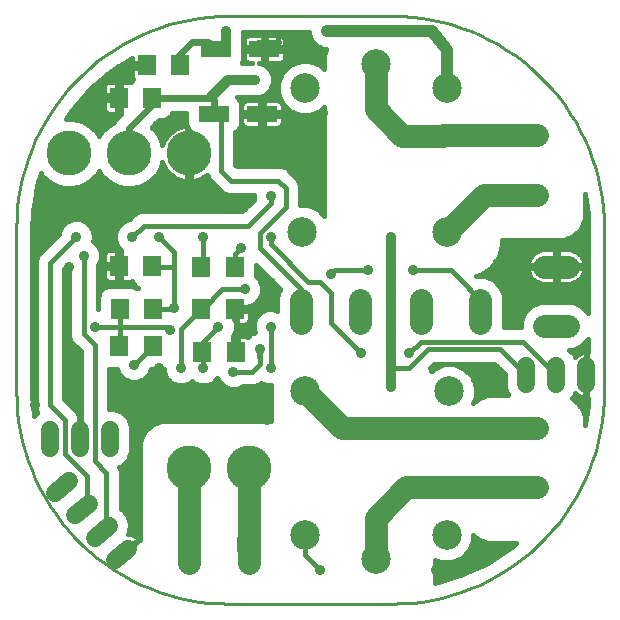
<source format=gbl>
G75*
G70*
%OFA0B0*%
%FSLAX24Y24*%
%IPPOS*%
%LPD*%
%AMOC8*
5,1,8,0,0,1.08239X$1,22.5*
%
%ADD10C,0.0100*%
%ADD11R,0.0630X0.0710*%
%ADD12C,0.1500*%
%ADD13C,0.0780*%
%ADD14R,0.0630X0.0709*%
%ADD15C,0.0600*%
%ADD16R,0.1024X0.0551*%
%ADD17C,0.0984*%
%ADD18C,0.0240*%
%ADD19C,0.0357*%
%ADD20C,0.0160*%
%ADD21C,0.0320*%
%ADD22C,0.0400*%
%ADD23C,0.0760*%
D10*
X007766Y000751D02*
X013187Y000751D01*
X013187Y000750D02*
X013524Y000758D01*
X013861Y000782D01*
X014196Y000822D01*
X014528Y000878D01*
X014858Y000950D01*
X015184Y001037D01*
X015505Y001140D01*
X015821Y001258D01*
X016131Y001390D01*
X016434Y001538D01*
X016731Y001699D01*
X017019Y001875D01*
X017298Y002064D01*
X017568Y002266D01*
X017828Y002481D01*
X018078Y002708D01*
X018316Y002946D01*
X018543Y003196D01*
X018758Y003456D01*
X018960Y003726D01*
X019149Y004005D01*
X019325Y004294D01*
X019486Y004590D01*
X019634Y004893D01*
X019766Y005203D01*
X019884Y005519D01*
X019987Y005840D01*
X020074Y006166D01*
X020146Y006496D01*
X020202Y006828D01*
X020242Y007163D01*
X020266Y007500D01*
X020274Y007837D01*
X020273Y007837D02*
X020273Y013258D01*
X020274Y013258D02*
X020266Y013595D01*
X020242Y013932D01*
X020202Y014267D01*
X020146Y014599D01*
X020074Y014929D01*
X019987Y015255D01*
X019884Y015576D01*
X019766Y015892D01*
X019634Y016202D01*
X019486Y016505D01*
X019325Y016802D01*
X019149Y017090D01*
X018960Y017369D01*
X018758Y017639D01*
X018543Y017899D01*
X018316Y018149D01*
X018078Y018387D01*
X017828Y018614D01*
X017568Y018829D01*
X017298Y019031D01*
X017019Y019220D01*
X016731Y019396D01*
X016434Y019557D01*
X016131Y019705D01*
X015821Y019837D01*
X015505Y019955D01*
X015184Y020058D01*
X014858Y020145D01*
X014528Y020217D01*
X014196Y020273D01*
X013861Y020313D01*
X013524Y020337D01*
X013187Y020345D01*
X007766Y020345D01*
X007429Y020337D01*
X007092Y020313D01*
X006757Y020273D01*
X006425Y020217D01*
X006095Y020145D01*
X005769Y020058D01*
X005448Y019955D01*
X005132Y019837D01*
X004822Y019705D01*
X004519Y019557D01*
X004222Y019396D01*
X003934Y019220D01*
X003655Y019031D01*
X003385Y018829D01*
X003125Y018614D01*
X002875Y018387D01*
X002637Y018149D01*
X002410Y017899D01*
X002195Y017639D01*
X001993Y017369D01*
X001804Y017090D01*
X001628Y016802D01*
X001467Y016505D01*
X001319Y016202D01*
X001187Y015892D01*
X001069Y015576D01*
X000966Y015255D01*
X000879Y014929D01*
X000807Y014599D01*
X000751Y014267D01*
X000711Y013932D01*
X000687Y013595D01*
X000679Y013258D01*
X000679Y007837D01*
X000687Y007500D01*
X000711Y007163D01*
X000751Y006828D01*
X000807Y006496D01*
X000879Y006166D01*
X000966Y005840D01*
X001069Y005519D01*
X001187Y005203D01*
X001319Y004893D01*
X001467Y004590D01*
X001628Y004294D01*
X001804Y004005D01*
X001993Y003726D01*
X002195Y003456D01*
X002410Y003196D01*
X002637Y002946D01*
X002875Y002708D01*
X003125Y002481D01*
X003385Y002266D01*
X003655Y002064D01*
X003934Y001875D01*
X004222Y001699D01*
X004519Y001538D01*
X004822Y001390D01*
X005132Y001258D01*
X005448Y001140D01*
X005769Y001037D01*
X006095Y000950D01*
X006425Y000878D01*
X006757Y000822D01*
X007092Y000782D01*
X007429Y000758D01*
X007766Y000750D01*
D11*
X007995Y009134D03*
X006876Y009134D03*
X006846Y010588D03*
X007966Y010588D03*
X007955Y011973D03*
X006836Y011973D03*
X005245Y010584D03*
X004125Y010584D03*
X004100Y009341D03*
X005220Y009341D03*
D12*
X006434Y005258D03*
X008434Y005258D03*
X006434Y015758D03*
X004434Y015758D03*
X002434Y015758D03*
D13*
X010173Y010875D02*
X010173Y010095D01*
X012153Y010095D02*
X012153Y010875D01*
X014166Y010875D02*
X014166Y010095D01*
X016146Y010095D02*
X016146Y010875D01*
X018284Y010009D02*
X019064Y010009D01*
X019064Y011989D02*
X018284Y011989D01*
X018044Y014384D02*
X017264Y014384D01*
X017264Y016364D02*
X018044Y016364D01*
X018042Y006608D02*
X017262Y006608D01*
X017262Y004628D02*
X018042Y004628D01*
X008419Y002895D02*
X008425Y002115D01*
X006445Y002098D02*
X006439Y002878D01*
D14*
X005208Y012009D03*
X004106Y012009D03*
X004102Y017623D03*
X005204Y017623D03*
X005021Y018699D03*
X006123Y018699D03*
D15*
X003758Y003340D02*
X003308Y002943D01*
X002646Y003693D02*
X003096Y004090D01*
X002435Y004840D02*
X001985Y004443D01*
X001801Y005942D02*
X001801Y006542D01*
X002801Y006542D02*
X002801Y005942D01*
X003801Y005942D02*
X003801Y006542D01*
X004419Y002590D02*
X003969Y002193D01*
X017674Y008073D02*
X017675Y008673D01*
X018675Y008671D02*
X018674Y008071D01*
X019674Y008069D02*
X019675Y008669D01*
D16*
X008870Y017079D03*
X007256Y017079D03*
X007334Y019243D03*
X008948Y019243D03*
D17*
X010298Y017941D03*
X012660Y018728D03*
X015023Y017941D03*
X015023Y013137D03*
X010219Y013137D03*
X010298Y007833D03*
X015101Y007833D03*
X015023Y003030D03*
X012660Y002243D03*
X010298Y003030D03*
D18*
X004434Y015758D02*
X004423Y015769D01*
X004423Y016601D01*
X005204Y017382D01*
X005204Y017623D01*
X007044Y017623D01*
X007155Y017636D01*
X007175Y017623D02*
X007044Y017623D01*
X007175Y017623D02*
X007256Y017543D01*
X007256Y017079D01*
X006123Y018699D02*
X005921Y018652D01*
X006046Y018972D01*
X006545Y019471D01*
X007063Y019471D01*
X007334Y019243D01*
D19*
X007668Y019846D03*
X008653Y018210D03*
X008542Y016226D03*
X009041Y015478D03*
X009166Y014354D03*
X009166Y012981D03*
X008167Y012607D03*
X006919Y012981D03*
X005422Y012981D03*
X004548Y012981D03*
X002926Y012357D03*
X002426Y011983D03*
X002676Y012981D03*
X003550Y011359D03*
X003300Y009986D03*
X002551Y008863D03*
X001303Y007365D03*
X004603Y008724D03*
X005422Y008613D03*
X006171Y008613D03*
X006919Y008613D03*
X007918Y008489D03*
X008791Y009237D03*
X009166Y008613D03*
X009166Y009986D03*
X008542Y009986D03*
X007419Y009986D03*
X008292Y011234D03*
X005921Y010610D03*
X005796Y009861D03*
X004923Y006866D03*
X009041Y006866D03*
X012161Y009113D03*
X013160Y007989D03*
X013784Y009113D03*
X016529Y007865D03*
X017403Y010610D03*
X018776Y011109D03*
X019524Y007365D03*
X016779Y002623D03*
X014657Y001874D03*
X010788Y001874D03*
X011163Y011733D03*
X012411Y011858D03*
X013160Y012981D03*
X013908Y011858D03*
X010913Y017100D03*
X011038Y019846D03*
X005547Y016726D03*
X003550Y016726D03*
D20*
X003651Y016601D02*
X003218Y016601D01*
X003140Y016678D02*
X002878Y016830D01*
X002586Y016908D01*
X002337Y016908D01*
X002517Y017188D01*
X003130Y017894D01*
X003837Y018507D01*
X004526Y018950D01*
X004526Y018776D01*
X004943Y018776D01*
X004943Y018621D01*
X004526Y018621D01*
X004526Y018321D01*
X004538Y018275D01*
X004562Y018234D01*
X004571Y018225D01*
X004550Y018204D01*
X004518Y018127D01*
X004486Y018145D01*
X004441Y018157D01*
X004180Y018157D01*
X004180Y017700D01*
X004025Y017700D01*
X004025Y017545D01*
X004180Y017545D01*
X004180Y017092D01*
X004129Y017042D01*
X003982Y016895D01*
X003944Y016803D01*
X003728Y016678D01*
X003514Y016464D01*
X003434Y016326D01*
X003355Y016464D01*
X003140Y016678D01*
X003000Y016759D02*
X003869Y016759D01*
X004005Y016918D02*
X002344Y016918D01*
X002446Y017076D02*
X004163Y017076D01*
X004025Y017089D02*
X003763Y017089D01*
X003718Y017101D01*
X003677Y017124D01*
X003643Y017158D01*
X003619Y017199D01*
X003607Y017245D01*
X003607Y017545D01*
X004025Y017545D01*
X004025Y017089D01*
X004025Y017235D02*
X004180Y017235D01*
X004180Y017393D02*
X004025Y017393D01*
X004025Y017552D02*
X002833Y017552D01*
X002970Y017710D02*
X003607Y017710D01*
X003607Y017700D02*
X004025Y017700D01*
X004025Y018157D01*
X003763Y018157D01*
X003718Y018145D01*
X003677Y018121D01*
X003643Y018088D01*
X003619Y018047D01*
X003607Y018001D01*
X003607Y017700D01*
X003607Y017869D02*
X003107Y017869D01*
X003283Y018027D02*
X003614Y018027D01*
X003466Y018186D02*
X004543Y018186D01*
X004526Y018344D02*
X003649Y018344D01*
X003832Y018503D02*
X004526Y018503D01*
X004526Y018820D02*
X004323Y018820D01*
X004077Y018661D02*
X004943Y018661D01*
X004180Y018027D02*
X004025Y018027D01*
X004025Y017869D02*
X004180Y017869D01*
X004180Y017710D02*
X004025Y017710D01*
X003607Y017393D02*
X002695Y017393D01*
X002558Y017235D02*
X003610Y017235D01*
X003502Y016442D02*
X003367Y016442D01*
X003434Y015190D02*
X003355Y015052D01*
X003140Y014838D01*
X002878Y014686D01*
X002586Y014608D01*
X002283Y014608D01*
X001990Y014686D01*
X001728Y014838D01*
X001514Y015052D01*
X001489Y015095D01*
X001359Y014652D01*
X001226Y013726D01*
X001209Y013258D01*
X001209Y007837D01*
X001226Y007370D01*
X001278Y007009D01*
X001386Y007117D01*
X001322Y007270D01*
X001322Y012203D01*
X001396Y012380D01*
X002098Y013082D01*
X002098Y013097D01*
X002186Y013309D01*
X002348Y013472D01*
X002561Y013560D01*
X002791Y013560D01*
X003004Y013472D01*
X003166Y013309D01*
X003254Y013097D01*
X003254Y012866D01*
X003248Y012850D01*
X003253Y012848D01*
X003416Y012685D01*
X003504Y012473D01*
X003504Y012242D01*
X003416Y012030D01*
X003406Y012019D01*
X003406Y010565D01*
X003410Y010565D01*
X003410Y011018D01*
X003471Y011165D01*
X003584Y011278D01*
X003731Y011339D01*
X004520Y011339D01*
X004667Y011278D01*
X004685Y011260D01*
X004703Y011278D01*
X004731Y011289D01*
X004667Y011316D01*
X004554Y011429D01*
X004522Y011506D01*
X004490Y011487D01*
X004445Y011475D01*
X004183Y011475D01*
X004183Y011932D01*
X004029Y011932D01*
X004029Y011475D01*
X003767Y011475D01*
X003722Y011487D01*
X003681Y011511D01*
X003647Y011545D01*
X003623Y011586D01*
X003611Y011631D01*
X003611Y011932D01*
X004028Y011932D01*
X004028Y012087D01*
X003611Y012087D01*
X003611Y012387D01*
X003623Y012433D01*
X003647Y012474D01*
X003681Y012508D01*
X003722Y012532D01*
X003767Y012544D01*
X004029Y012544D01*
X004029Y012087D01*
X004183Y012087D01*
X004183Y012528D01*
X004058Y012654D01*
X003970Y012866D01*
X003970Y013097D01*
X004058Y013309D01*
X004220Y013472D01*
X004433Y013560D01*
X004448Y013560D01*
X004516Y013628D01*
X004651Y013763D01*
X004827Y013836D01*
X008218Y013836D01*
X008597Y014215D01*
X008587Y014239D01*
X008587Y014374D01*
X007746Y014374D01*
X007570Y014447D01*
X007434Y014582D01*
X007233Y014783D01*
X007098Y014918D01*
X007042Y015053D01*
X006973Y014998D01*
X006885Y014943D01*
X006791Y014897D01*
X006692Y014863D01*
X006590Y014840D01*
X006512Y014831D01*
X006512Y015680D01*
X006357Y015680D01*
X006357Y014831D01*
X006278Y014840D01*
X006176Y014863D01*
X006078Y014897D01*
X005984Y014943D01*
X005895Y014998D01*
X005814Y015063D01*
X005740Y015137D01*
X005675Y015219D01*
X005619Y015307D01*
X005574Y015401D01*
X005549Y015473D01*
X005506Y015314D01*
X005355Y015052D01*
X005140Y014838D01*
X004878Y014686D01*
X004586Y014608D01*
X004283Y014608D01*
X003990Y014686D01*
X003728Y014838D01*
X003514Y015052D01*
X003434Y015190D01*
X003425Y015174D02*
X003443Y015174D01*
X003550Y015016D02*
X003319Y015016D01*
X003160Y014857D02*
X003709Y014857D01*
X003969Y014699D02*
X002900Y014699D01*
X001969Y014699D02*
X001373Y014699D01*
X001343Y014540D02*
X007476Y014540D01*
X007317Y014699D02*
X004900Y014699D01*
X005160Y014857D02*
X006201Y014857D01*
X006357Y014857D02*
X006512Y014857D01*
X006668Y014857D02*
X007159Y014857D01*
X007058Y015016D02*
X006995Y015016D01*
X006512Y015016D02*
X006357Y015016D01*
X006357Y015174D02*
X006512Y015174D01*
X006512Y015333D02*
X006357Y015333D01*
X006357Y015491D02*
X006512Y015491D01*
X006512Y015650D02*
X006357Y015650D01*
X006357Y015835D02*
X006357Y016685D01*
X006278Y016676D01*
X006176Y016653D01*
X006078Y016618D01*
X005984Y016573D01*
X005895Y016518D01*
X005814Y016452D01*
X005740Y016379D01*
X005675Y016297D01*
X005619Y016208D01*
X005574Y016114D01*
X005549Y016042D01*
X005506Y016202D01*
X005355Y016464D01*
X005188Y016630D01*
X005426Y016869D01*
X005599Y016869D01*
X005746Y016929D01*
X005858Y017042D01*
X005884Y017103D01*
X006344Y017103D01*
X006344Y016724D01*
X006405Y016577D01*
X006512Y016470D01*
X006512Y015835D01*
X006357Y015835D01*
X006357Y015967D02*
X006512Y015967D01*
X006512Y016125D02*
X006357Y016125D01*
X006357Y016284D02*
X006512Y016284D01*
X006512Y016442D02*
X006357Y016442D01*
X006357Y016601D02*
X006395Y016601D01*
X006344Y016759D02*
X005317Y016759D01*
X005218Y016601D02*
X006041Y016601D01*
X005804Y016442D02*
X005367Y016442D01*
X005459Y016284D02*
X005666Y016284D01*
X005579Y016125D02*
X005526Y016125D01*
X005718Y016918D02*
X006344Y016918D01*
X006344Y017076D02*
X005873Y017076D01*
X007256Y017079D02*
X007505Y016830D01*
X007505Y015190D01*
X007841Y014854D01*
X009415Y014854D01*
X009665Y014604D01*
X009665Y013980D01*
X008791Y013106D01*
X008791Y012607D01*
X010164Y011234D01*
X010164Y010494D01*
X010173Y010485D01*
X009383Y011033D02*
X009472Y011248D01*
X008670Y012050D01*
X008670Y011674D01*
X008783Y011562D01*
X008871Y011349D01*
X008871Y011119D01*
X008783Y010907D01*
X008620Y010744D01*
X008461Y010678D01*
X008461Y010665D01*
X008430Y010665D01*
X008407Y010656D01*
X008177Y010656D01*
X008154Y010665D01*
X008043Y010665D01*
X008043Y010510D01*
X008043Y010053D01*
X008304Y010053D01*
X008350Y010065D01*
X008391Y010089D01*
X008425Y010122D01*
X008449Y010163D01*
X008461Y010209D01*
X008461Y010510D01*
X008043Y010510D01*
X007888Y010510D01*
X007888Y010334D01*
X007909Y010314D01*
X007997Y010101D01*
X007997Y009871D01*
X007913Y009669D01*
X007918Y009669D01*
X007918Y009212D01*
X008073Y009212D01*
X008073Y009669D01*
X008334Y009669D01*
X008380Y009657D01*
X008388Y009652D01*
X008464Y009728D01*
X008620Y009792D01*
X008587Y009871D01*
X008587Y010101D01*
X008675Y010314D01*
X008838Y010477D01*
X009051Y010565D01*
X009281Y010565D01*
X009383Y010522D01*
X009383Y011033D01*
X009391Y011053D02*
X008843Y011053D01*
X008871Y011212D02*
X009457Y011212D01*
X009349Y011370D02*
X008862Y011370D01*
X008796Y011529D02*
X009191Y011529D01*
X009032Y011687D02*
X008670Y011687D01*
X008670Y011846D02*
X008874Y011846D01*
X008715Y012004D02*
X008670Y012004D01*
X007955Y011973D02*
X007955Y012395D01*
X008167Y012607D01*
X008417Y013356D02*
X009166Y014105D01*
X009166Y014354D01*
X008594Y014223D02*
X001297Y014223D01*
X001275Y014065D02*
X008447Y014065D01*
X008289Y013906D02*
X001252Y013906D01*
X001229Y013748D02*
X004636Y013748D01*
X004477Y013589D02*
X001221Y013589D01*
X001215Y013431D02*
X002307Y013431D01*
X002170Y013272D02*
X001210Y013272D01*
X001209Y013114D02*
X002105Y013114D01*
X001971Y012955D02*
X001209Y012955D01*
X001209Y012797D02*
X001813Y012797D01*
X001654Y012638D02*
X001209Y012638D01*
X001209Y012480D02*
X001496Y012480D01*
X001371Y012321D02*
X001209Y012321D01*
X001209Y012163D02*
X001322Y012163D01*
X001322Y012004D02*
X001209Y012004D01*
X001209Y011846D02*
X001322Y011846D01*
X001322Y011687D02*
X001209Y011687D01*
X001209Y011529D02*
X001322Y011529D01*
X001322Y011370D02*
X001209Y011370D01*
X001209Y011212D02*
X001322Y011212D01*
X001322Y011053D02*
X001209Y011053D01*
X001209Y010895D02*
X001322Y010895D01*
X001322Y010736D02*
X001209Y010736D01*
X001209Y010578D02*
X001322Y010578D01*
X001322Y010419D02*
X001209Y010419D01*
X001209Y010261D02*
X001322Y010261D01*
X001322Y010102D02*
X001209Y010102D01*
X001209Y009944D02*
X001322Y009944D01*
X001322Y009785D02*
X001209Y009785D01*
X001209Y009627D02*
X001322Y009627D01*
X001322Y009468D02*
X001209Y009468D01*
X001209Y009310D02*
X001322Y009310D01*
X001322Y009151D02*
X001209Y009151D01*
X001209Y008993D02*
X001322Y008993D01*
X001322Y008834D02*
X001209Y008834D01*
X001209Y008676D02*
X001322Y008676D01*
X001322Y008517D02*
X001209Y008517D01*
X001209Y008359D02*
X001322Y008359D01*
X001322Y008200D02*
X001209Y008200D01*
X001209Y008042D02*
X001322Y008042D01*
X001322Y007883D02*
X001209Y007883D01*
X001213Y007725D02*
X001322Y007725D01*
X001322Y007566D02*
X001219Y007566D01*
X001225Y007408D02*
X001322Y007408D01*
X001331Y007249D02*
X001243Y007249D01*
X001266Y007091D02*
X001360Y007091D01*
X001802Y007365D02*
X002302Y006866D01*
X002302Y005743D01*
X003050Y004994D01*
X003050Y004071D01*
X002871Y003892D01*
X003533Y003141D02*
X003674Y003283D01*
X003674Y005119D01*
X003300Y005493D01*
X003300Y009362D01*
X002926Y009737D01*
X002926Y012357D01*
X003471Y012163D02*
X003611Y012163D01*
X003611Y012321D02*
X003504Y012321D01*
X003501Y012480D02*
X003652Y012480D01*
X003435Y012638D02*
X004073Y012638D01*
X004029Y012480D02*
X004183Y012480D01*
X004183Y012321D02*
X004029Y012321D01*
X004029Y012163D02*
X004183Y012163D01*
X004028Y012004D02*
X003406Y012004D01*
X003406Y011846D02*
X003611Y011846D01*
X003611Y011687D02*
X003406Y011687D01*
X003406Y011529D02*
X003663Y011529D01*
X003406Y011370D02*
X004613Y011370D01*
X004183Y011529D02*
X004029Y011529D01*
X004029Y011687D02*
X004183Y011687D01*
X004183Y011846D02*
X004029Y011846D01*
X003518Y011212D02*
X003406Y011212D01*
X003406Y011053D02*
X003425Y011053D01*
X003410Y010895D02*
X003406Y010895D01*
X003406Y010736D02*
X003410Y010736D01*
X003406Y010578D02*
X003410Y010578D01*
X003300Y009986D02*
X004125Y009986D01*
X005671Y009986D01*
X005796Y009861D01*
X006171Y009912D02*
X006171Y008613D01*
X005766Y008200D02*
X004850Y008200D01*
X004930Y008234D02*
X004718Y008146D01*
X004488Y008146D01*
X004275Y008234D01*
X004112Y008396D01*
X004034Y008586D01*
X003780Y008586D01*
X003780Y007242D01*
X003940Y007242D01*
X004197Y007136D01*
X004394Y006939D01*
X004501Y006681D01*
X004501Y005803D01*
X004394Y005546D01*
X004197Y005349D01*
X004113Y005314D01*
X004154Y005214D01*
X004154Y003925D01*
X004191Y003907D01*
X004375Y003698D01*
X004465Y003435D01*
X004448Y003157D01*
X004405Y003071D01*
X004411Y003071D01*
X004487Y003066D01*
X004561Y003050D01*
X004631Y003022D01*
X004696Y002984D01*
X004754Y002936D01*
X004766Y002922D01*
X004196Y002420D01*
X004222Y002390D01*
X004792Y002892D01*
X004804Y002879D01*
X004817Y002859D01*
X004817Y006147D01*
X004950Y006468D01*
X004950Y006468D01*
X005196Y006714D01*
X005196Y006714D01*
X005517Y006847D01*
X009185Y006847D01*
X009185Y008035D01*
X009051Y008035D01*
X008850Y008118D01*
X008814Y008082D01*
X008637Y008009D01*
X008256Y008009D01*
X008245Y007998D01*
X008033Y007910D01*
X007803Y007910D01*
X007590Y007998D01*
X007427Y008161D01*
X007386Y008262D01*
X007247Y008123D01*
X007034Y008035D01*
X006804Y008035D01*
X006592Y008123D01*
X006545Y008170D01*
X006498Y008123D01*
X006286Y008035D01*
X006055Y008035D01*
X005843Y008123D01*
X005680Y008286D01*
X005592Y008498D01*
X005592Y008586D01*
X005172Y008586D01*
X005093Y008396D01*
X004930Y008234D01*
X005056Y008359D02*
X005650Y008359D01*
X005592Y008517D02*
X005143Y008517D01*
X004603Y008724D02*
X005220Y009341D01*
X006171Y009912D02*
X006846Y010588D01*
X006897Y010588D01*
X007543Y011234D01*
X008292Y011234D01*
X008602Y010736D02*
X009383Y010736D01*
X009383Y010578D02*
X008043Y010578D01*
X008043Y010419D02*
X007888Y010419D01*
X007931Y010261D02*
X008043Y010261D01*
X008043Y010102D02*
X007997Y010102D01*
X007997Y009944D02*
X008587Y009944D01*
X008588Y010102D02*
X008405Y010102D01*
X008461Y010261D02*
X008653Y010261D01*
X008781Y010419D02*
X008461Y010419D01*
X008771Y010895D02*
X009383Y010895D01*
X009166Y009986D02*
X009166Y008613D01*
X008791Y008738D02*
X008542Y008489D01*
X007918Y008489D01*
X007547Y008042D02*
X007051Y008042D01*
X006788Y008042D02*
X006302Y008042D01*
X006039Y008042D02*
X003780Y008042D01*
X003780Y008200D02*
X004356Y008200D01*
X004150Y008359D02*
X003780Y008359D01*
X003780Y008517D02*
X004062Y008517D01*
X003780Y007883D02*
X009185Y007883D01*
X009185Y007725D02*
X003780Y007725D01*
X003780Y007566D02*
X009185Y007566D01*
X009185Y007408D02*
X003780Y007408D01*
X003780Y007249D02*
X009185Y007249D01*
X009185Y007091D02*
X004242Y007091D01*
X004397Y006932D02*
X009185Y006932D01*
X009034Y008042D02*
X008717Y008042D01*
X008791Y008738D02*
X008791Y009237D01*
X008776Y008988D01*
X008073Y009310D02*
X007918Y009310D01*
X007918Y009468D02*
X008073Y009468D01*
X008073Y009627D02*
X007918Y009627D01*
X007961Y009785D02*
X008603Y009785D01*
X007419Y009986D02*
X006876Y009443D01*
X006876Y009134D01*
X006965Y009045D01*
X006919Y008999D01*
X006919Y008613D01*
X007324Y008200D02*
X007411Y008200D01*
X005340Y006774D02*
X004463Y006774D01*
X004501Y006615D02*
X005097Y006615D01*
X004945Y006457D02*
X004501Y006457D01*
X004501Y006298D02*
X004880Y006298D01*
X004817Y006140D02*
X004501Y006140D01*
X004501Y005981D02*
X004817Y005981D01*
X004817Y005823D02*
X004501Y005823D01*
X004443Y005664D02*
X004817Y005664D01*
X004817Y005506D02*
X004354Y005506D01*
X004194Y005347D02*
X004817Y005347D01*
X004817Y005189D02*
X004154Y005189D01*
X004154Y005030D02*
X004817Y005030D01*
X004817Y004872D02*
X004154Y004872D01*
X004154Y004713D02*
X004817Y004713D01*
X004817Y004555D02*
X004154Y004555D01*
X004154Y004396D02*
X004817Y004396D01*
X004817Y004238D02*
X004154Y004238D01*
X004154Y004079D02*
X004817Y004079D01*
X004817Y003921D02*
X004163Y003921D01*
X004319Y003762D02*
X004817Y003762D01*
X004817Y003604D02*
X004407Y003604D01*
X004462Y003445D02*
X004817Y003445D01*
X004817Y003287D02*
X004456Y003287D01*
X004434Y003128D02*
X004817Y003128D01*
X004817Y002970D02*
X004713Y002970D01*
X004701Y002811D02*
X004640Y002811D01*
X004521Y002653D02*
X004460Y002653D01*
X004341Y002494D02*
X004281Y002494D01*
X002820Y006262D02*
X002782Y006262D01*
X002782Y006962D01*
X002781Y006964D01*
X002781Y007022D01*
X002763Y007022D01*
X002757Y007021D01*
X002709Y007138D01*
X002574Y007273D01*
X002282Y007564D01*
X002282Y011909D01*
X002426Y012053D01*
X002435Y012030D01*
X002446Y012019D01*
X002446Y009641D01*
X002519Y009465D01*
X002820Y009163D01*
X002820Y006262D01*
X002820Y006298D02*
X002782Y006298D01*
X002782Y006457D02*
X002820Y006457D01*
X002820Y006615D02*
X002782Y006615D01*
X002782Y006774D02*
X002820Y006774D01*
X002820Y006932D02*
X002782Y006932D01*
X002820Y007091D02*
X002728Y007091D01*
X002820Y007249D02*
X002597Y007249D01*
X002439Y007408D02*
X002820Y007408D01*
X002820Y007566D02*
X002282Y007566D01*
X002282Y007725D02*
X002820Y007725D01*
X002820Y007883D02*
X002282Y007883D01*
X002282Y008042D02*
X002820Y008042D01*
X002820Y008200D02*
X002282Y008200D01*
X002282Y008359D02*
X002820Y008359D01*
X002820Y008517D02*
X002282Y008517D01*
X002282Y008676D02*
X002820Y008676D01*
X002820Y008834D02*
X002282Y008834D01*
X002282Y008993D02*
X002820Y008993D01*
X002820Y009151D02*
X002282Y009151D01*
X002282Y009310D02*
X002674Y009310D01*
X002517Y009468D02*
X002282Y009468D01*
X002282Y009627D02*
X002452Y009627D01*
X002446Y009785D02*
X002282Y009785D01*
X002282Y009944D02*
X002446Y009944D01*
X002446Y010102D02*
X002282Y010102D01*
X002282Y010261D02*
X002446Y010261D01*
X002446Y010419D02*
X002282Y010419D01*
X002282Y010578D02*
X002446Y010578D01*
X002446Y010736D02*
X002282Y010736D01*
X002282Y010895D02*
X002446Y010895D01*
X002446Y011053D02*
X002282Y011053D01*
X002282Y011212D02*
X002446Y011212D01*
X002446Y011370D02*
X002282Y011370D01*
X002282Y011529D02*
X002446Y011529D01*
X002446Y011687D02*
X002282Y011687D01*
X002282Y011846D02*
X002446Y011846D01*
X002446Y012004D02*
X002378Y012004D01*
X001802Y012108D02*
X002676Y012981D01*
X003045Y013431D02*
X004179Y013431D01*
X004042Y013272D02*
X003182Y013272D01*
X003247Y013114D02*
X003977Y013114D01*
X003970Y012955D02*
X003254Y012955D01*
X003304Y012797D02*
X003999Y012797D01*
X004548Y012981D02*
X004923Y013356D01*
X008417Y013356D01*
X009166Y012981D02*
X009166Y012732D01*
X010414Y011484D01*
X010788Y011484D01*
X011163Y011109D01*
X011163Y010111D01*
X012161Y009113D01*
X013160Y008613D02*
X013784Y008613D01*
X014408Y009237D01*
X016810Y009237D01*
X017674Y008373D01*
X016974Y008359D02*
X015838Y008359D01*
X015858Y008339D02*
X015607Y008590D01*
X015279Y008726D01*
X014924Y008726D01*
X014596Y008590D01*
X014520Y008514D01*
X014514Y008533D01*
X014459Y008610D01*
X014606Y008757D01*
X016611Y008757D01*
X016975Y008394D01*
X016974Y007935D01*
X017062Y007721D01*
X016375Y007721D01*
X016375Y007721D01*
X016054Y007588D01*
X015902Y007436D01*
X015993Y007656D01*
X015993Y008011D01*
X015858Y008339D01*
X015915Y008200D02*
X016974Y008200D01*
X016974Y008042D02*
X015981Y008042D01*
X015993Y007883D02*
X016995Y007883D01*
X017060Y007725D02*
X015993Y007725D01*
X015956Y007566D02*
X016032Y007566D01*
X015679Y008517D02*
X016851Y008517D01*
X016692Y008676D02*
X015399Y008676D01*
X014804Y008676D02*
X014525Y008676D01*
X014514Y008533D02*
X014514Y008533D01*
X014519Y008517D02*
X014523Y008517D01*
X013784Y009113D02*
X014158Y009487D01*
X017558Y009487D01*
X018674Y008371D01*
X019306Y008977D02*
X019269Y009066D01*
X019117Y009219D01*
X019222Y009219D01*
X019512Y009339D01*
X019734Y009561D01*
X019743Y009583D01*
X019743Y009144D01*
X019714Y009149D01*
X019696Y009149D01*
X019695Y008389D01*
X019655Y008389D01*
X019656Y009149D01*
X019638Y009149D01*
X019563Y009137D01*
X019492Y009114D01*
X019424Y009080D01*
X019363Y009036D01*
X019309Y008982D01*
X019306Y008977D01*
X019299Y008993D02*
X019320Y008993D01*
X019184Y009151D02*
X019743Y009151D01*
X019743Y009310D02*
X019441Y009310D01*
X019641Y009468D02*
X019743Y009468D01*
X019696Y008993D02*
X019656Y008993D01*
X019655Y008834D02*
X019695Y008834D01*
X019695Y008676D02*
X019655Y008676D01*
X019655Y008517D02*
X019695Y008517D01*
X019694Y008349D02*
X019693Y007589D01*
X019711Y007589D01*
X019735Y007593D01*
X019727Y007370D01*
X019630Y006698D01*
X019630Y007021D01*
X019497Y007342D01*
X019251Y007588D01*
X019201Y007608D01*
X019267Y007673D01*
X019304Y007762D01*
X019307Y007757D01*
X019361Y007704D01*
X019422Y007659D01*
X019489Y007625D01*
X019561Y007601D01*
X019635Y007589D01*
X019653Y007589D01*
X019654Y008349D01*
X019694Y008349D01*
X019694Y008200D02*
X019654Y008200D01*
X019654Y008042D02*
X019694Y008042D01*
X019694Y007883D02*
X019654Y007883D01*
X019653Y007725D02*
X019693Y007725D01*
X019734Y007566D02*
X019273Y007566D01*
X019251Y007588D02*
X019251Y007588D01*
X019288Y007725D02*
X019339Y007725D01*
X019431Y007408D02*
X019728Y007408D01*
X019709Y007249D02*
X019535Y007249D01*
X019497Y007342D02*
X019497Y007342D01*
X019601Y007091D02*
X019687Y007091D01*
X019664Y006932D02*
X019630Y006932D01*
X019630Y006774D02*
X019641Y006774D01*
X017494Y009967D02*
X016936Y009967D01*
X016936Y011033D01*
X016816Y011323D01*
X016594Y011545D01*
X016304Y011665D01*
X016028Y011665D01*
X016005Y011689D01*
X016200Y011752D01*
X016524Y011988D01*
X016524Y011988D01*
X016760Y012313D01*
X016884Y012695D01*
X016884Y012876D01*
X018930Y012876D01*
X019251Y013009D01*
X019251Y013009D01*
X019497Y013255D01*
X019630Y013576D01*
X019630Y014397D01*
X019727Y013726D01*
X019743Y013258D01*
X019743Y010434D01*
X019734Y010456D01*
X019512Y010679D01*
X019222Y010799D01*
X018127Y010799D01*
X017837Y010679D01*
X017615Y010456D01*
X017494Y010166D01*
X017494Y009967D01*
X017494Y010102D02*
X016936Y010102D01*
X016936Y010261D02*
X017534Y010261D01*
X017599Y010419D02*
X016936Y010419D01*
X016936Y010578D02*
X017736Y010578D01*
X017976Y010736D02*
X016936Y010736D01*
X016936Y010895D02*
X019743Y010895D01*
X019743Y011053D02*
X016928Y011053D01*
X016862Y011212D02*
X019743Y011212D01*
X019743Y011370D02*
X016769Y011370D01*
X016610Y011529D02*
X017948Y011529D01*
X017913Y011554D02*
X017986Y011501D01*
X018066Y011461D01*
X018151Y011433D01*
X018240Y011419D01*
X018624Y011419D01*
X018624Y011939D01*
X017715Y011939D01*
X017729Y011855D01*
X017756Y011770D01*
X017797Y011690D01*
X017850Y011617D01*
X017913Y011554D01*
X017799Y011687D02*
X016006Y011687D01*
X016200Y011752D02*
X016200Y011752D01*
X016329Y011846D02*
X017732Y011846D01*
X017715Y012039D02*
X018624Y012039D01*
X018624Y011939D01*
X018724Y011939D01*
X018724Y011419D01*
X019109Y011419D01*
X019198Y011433D01*
X019283Y011461D01*
X019363Y011501D01*
X019436Y011554D01*
X019499Y011617D01*
X019552Y011690D01*
X019593Y011770D01*
X019620Y011855D01*
X019634Y011939D01*
X018724Y011939D01*
X018724Y012039D01*
X018624Y012039D01*
X018624Y012559D01*
X018240Y012559D01*
X018151Y012545D01*
X018066Y012517D01*
X017986Y012476D01*
X017913Y012424D01*
X017850Y012360D01*
X017797Y012288D01*
X017756Y012208D01*
X017729Y012122D01*
X017715Y012039D01*
X017742Y012163D02*
X016651Y012163D01*
X016760Y012313D02*
X016760Y012313D01*
X016763Y012321D02*
X017821Y012321D01*
X017993Y012480D02*
X016815Y012480D01*
X016866Y012638D02*
X019743Y012638D01*
X019743Y012480D02*
X019356Y012480D01*
X019363Y012476D02*
X019283Y012517D01*
X019198Y012545D01*
X019109Y012559D01*
X018724Y012559D01*
X018724Y012039D01*
X019634Y012039D01*
X019620Y012122D01*
X019593Y012208D01*
X019552Y012288D01*
X019499Y012360D01*
X019436Y012424D01*
X019363Y012476D01*
X019527Y012321D02*
X019743Y012321D01*
X019743Y012163D02*
X019607Y012163D01*
X019743Y012004D02*
X018724Y012004D01*
X018624Y012004D02*
X016536Y012004D01*
X016524Y011988D02*
X016524Y011988D01*
X016884Y012797D02*
X019743Y012797D01*
X019743Y012955D02*
X019122Y012955D01*
X019356Y013114D02*
X019743Y013114D01*
X019743Y013272D02*
X019504Y013272D01*
X019497Y013255D02*
X019497Y013255D01*
X019570Y013431D02*
X019737Y013431D01*
X019731Y013589D02*
X019630Y013589D01*
X019630Y013748D02*
X019723Y013748D01*
X019701Y013906D02*
X019630Y013906D01*
X019630Y014065D02*
X019678Y014065D01*
X019655Y014223D02*
X019630Y014223D01*
X019630Y014382D02*
X019632Y014382D01*
X018724Y012480D02*
X018624Y012480D01*
X018624Y012321D02*
X018724Y012321D01*
X018724Y012163D02*
X018624Y012163D01*
X018624Y011846D02*
X018724Y011846D01*
X018724Y011687D02*
X018624Y011687D01*
X018624Y011529D02*
X018724Y011529D01*
X019401Y011529D02*
X019743Y011529D01*
X019743Y011687D02*
X019550Y011687D01*
X019617Y011846D02*
X019743Y011846D01*
X019743Y010736D02*
X019373Y010736D01*
X019613Y010578D02*
X019743Y010578D01*
X016396Y010619D02*
X015156Y011858D01*
X013908Y011858D01*
X012411Y011858D02*
X011287Y011858D01*
X011163Y011733D01*
X010932Y013686D02*
X010725Y013894D01*
X010397Y014030D01*
X010145Y014030D01*
X010145Y014699D01*
X010932Y014699D01*
X010932Y014857D02*
X010080Y014857D01*
X010072Y014876D02*
X009937Y015011D01*
X009687Y015260D01*
X009511Y015334D01*
X008040Y015334D01*
X007985Y015389D01*
X007985Y016461D01*
X007994Y016464D01*
X008107Y016577D01*
X008167Y016724D01*
X008167Y017434D01*
X008107Y017581D01*
X008038Y017650D01*
X008493Y017650D01*
X008538Y017631D01*
X008768Y017631D01*
X008981Y017719D01*
X009143Y017882D01*
X009231Y018095D01*
X009231Y018325D01*
X009143Y018537D01*
X008981Y018700D01*
X008771Y018787D01*
X008890Y018787D01*
X008890Y019185D01*
X008256Y019185D01*
X008256Y018943D01*
X008269Y018897D01*
X008292Y018856D01*
X008326Y018823D01*
X008367Y018799D01*
X008413Y018787D01*
X008535Y018787D01*
X008493Y018770D01*
X008197Y018770D01*
X008246Y018887D01*
X008246Y019598D01*
X008228Y019640D01*
X008228Y019686D01*
X008247Y019731D01*
X008247Y019815D01*
X010438Y019815D01*
X010438Y019726D01*
X010529Y019506D01*
X010698Y019337D01*
X010919Y019246D01*
X011009Y019246D01*
X010932Y019009D01*
X010932Y018568D01*
X010803Y018697D01*
X010476Y018833D01*
X010121Y018833D01*
X009793Y018697D01*
X009542Y018446D01*
X009406Y018118D01*
X009406Y017763D01*
X009539Y017442D01*
X009526Y017465D01*
X009492Y017499D01*
X009451Y017522D01*
X009405Y017535D01*
X008928Y017535D01*
X008928Y017137D01*
X009562Y017137D01*
X009562Y017378D01*
X009549Y017424D01*
X009545Y017432D01*
X009793Y017184D01*
X010121Y017048D01*
X010476Y017048D01*
X010803Y017184D01*
X010932Y017313D01*
X010932Y013686D01*
X010932Y013748D02*
X010871Y013748D01*
X010932Y013906D02*
X010694Y013906D01*
X010932Y014065D02*
X010145Y014065D01*
X010145Y014223D02*
X010932Y014223D01*
X010932Y014382D02*
X010145Y014382D01*
X010145Y014540D02*
X010932Y014540D01*
X010932Y015016D02*
X009932Y015016D01*
X010072Y014876D02*
X010145Y014699D01*
X009773Y015174D02*
X010932Y015174D01*
X010932Y015333D02*
X009513Y015333D01*
X009405Y016624D02*
X008928Y016624D01*
X008928Y017021D01*
X008928Y017137D01*
X008812Y017137D01*
X008812Y017535D01*
X008334Y017535D01*
X008288Y017522D01*
X008247Y017499D01*
X008214Y017465D01*
X008190Y017424D01*
X008178Y017378D01*
X008178Y017137D01*
X008812Y017137D01*
X008812Y017021D01*
X008928Y017021D01*
X009562Y017021D01*
X009562Y016780D01*
X009549Y016734D01*
X009526Y016693D01*
X009492Y016660D01*
X009451Y016636D01*
X009405Y016624D01*
X009556Y016759D02*
X010932Y016759D01*
X010932Y016601D02*
X008116Y016601D01*
X008214Y016693D02*
X008247Y016660D01*
X008288Y016636D01*
X008334Y016624D01*
X008812Y016624D01*
X008812Y017021D01*
X008178Y017021D01*
X008178Y016780D01*
X008190Y016734D01*
X008214Y016693D01*
X008183Y016759D02*
X008167Y016759D01*
X008167Y016918D02*
X008178Y016918D01*
X008167Y017076D02*
X008812Y017076D01*
X008928Y017076D02*
X010053Y017076D01*
X009742Y017235D02*
X009562Y017235D01*
X009558Y017393D02*
X009584Y017393D01*
X009493Y017552D02*
X008119Y017552D01*
X008167Y017393D02*
X008182Y017393D01*
X008167Y017235D02*
X008178Y017235D01*
X008812Y017235D02*
X008928Y017235D01*
X008928Y017393D02*
X008812Y017393D01*
X008959Y017710D02*
X009428Y017710D01*
X009406Y017869D02*
X009130Y017869D01*
X009204Y018027D02*
X009406Y018027D01*
X009434Y018186D02*
X009231Y018186D01*
X009223Y018344D02*
X009500Y018344D01*
X009599Y018503D02*
X009158Y018503D01*
X009019Y018661D02*
X009757Y018661D01*
X009570Y018823D02*
X009604Y018856D01*
X009628Y018897D01*
X009640Y018943D01*
X009640Y019185D01*
X009006Y019185D01*
X009006Y019300D01*
X009640Y019300D01*
X009640Y019542D01*
X009628Y019588D01*
X009604Y019629D01*
X009570Y019662D01*
X009529Y019686D01*
X009484Y019698D01*
X009006Y019698D01*
X009006Y019300D01*
X008890Y019300D01*
X008890Y019185D01*
X009006Y019185D01*
X009006Y018787D01*
X009484Y018787D01*
X009529Y018799D01*
X009570Y018823D01*
X009565Y018820D02*
X010090Y018820D01*
X010507Y018820D02*
X010932Y018820D01*
X010932Y018978D02*
X009640Y018978D01*
X009640Y019137D02*
X010974Y019137D01*
X010799Y019295D02*
X009006Y019295D01*
X008890Y019295D02*
X008246Y019295D01*
X008256Y019300D02*
X008890Y019300D01*
X008890Y019698D01*
X008413Y019698D01*
X008367Y019686D01*
X008326Y019662D01*
X008292Y019629D01*
X008269Y019588D01*
X008256Y019542D01*
X008256Y019300D01*
X008246Y019454D02*
X008256Y019454D01*
X008240Y019612D02*
X008283Y019612D01*
X008247Y019771D02*
X010438Y019771D01*
X010485Y019612D02*
X009613Y019612D01*
X009454Y019721D02*
X009440Y019693D01*
X009429Y019664D01*
X009420Y019634D01*
X009415Y019604D01*
X009413Y019573D01*
X009414Y019542D01*
X009418Y019511D01*
X009425Y019481D01*
X009415Y019471D01*
X008749Y019471D01*
X008890Y019454D02*
X009006Y019454D01*
X009006Y019612D02*
X008890Y019612D01*
X008890Y019137D02*
X009006Y019137D01*
X009006Y018978D02*
X008890Y018978D01*
X008890Y018820D02*
X009006Y018820D01*
X008947Y019242D02*
X008933Y019278D01*
X008916Y019313D01*
X008895Y019346D01*
X008871Y019376D01*
X008844Y019404D01*
X008814Y019429D01*
X008782Y019452D01*
X008748Y019471D01*
X008256Y019137D02*
X008246Y019137D01*
X008246Y018978D02*
X008256Y018978D01*
X008218Y018820D02*
X008331Y018820D01*
X009454Y019721D02*
X009790Y019721D01*
X009640Y019454D02*
X010581Y019454D01*
X010839Y018661D02*
X010932Y018661D01*
X010932Y017235D02*
X010854Y017235D01*
X010932Y017076D02*
X010543Y017076D01*
X010932Y016918D02*
X009562Y016918D01*
X008928Y016918D02*
X008812Y016918D01*
X008812Y016759D02*
X008928Y016759D01*
X007985Y016442D02*
X010932Y016442D01*
X010932Y016284D02*
X007985Y016284D01*
X007985Y016125D02*
X010932Y016125D01*
X010932Y015967D02*
X007985Y015967D01*
X007985Y015808D02*
X010932Y015808D01*
X010932Y015650D02*
X007985Y015650D01*
X007985Y015491D02*
X010932Y015491D01*
X007726Y014382D02*
X001320Y014382D01*
X001419Y014857D02*
X001709Y014857D01*
X001550Y015016D02*
X001466Y015016D01*
X001802Y012108D02*
X001802Y007365D01*
X004080Y009362D02*
X004100Y009341D01*
X004125Y009366D01*
X004125Y009986D01*
X004125Y010584D01*
X005245Y010584D02*
X005895Y010584D01*
X005921Y010610D01*
X005921Y011983D01*
X005921Y012482D01*
X005422Y012981D01*
X005208Y012009D02*
X005235Y011983D01*
X005921Y011983D01*
X006795Y012014D02*
X006919Y012139D01*
X006919Y012981D01*
X006795Y012014D02*
X006836Y011973D01*
X005873Y015016D02*
X005319Y015016D01*
X005425Y015174D02*
X005710Y015174D01*
X005607Y015333D02*
X005511Y015333D01*
X016146Y010485D02*
X016396Y010619D01*
X015915Y003039D02*
X016054Y002900D01*
X016375Y002767D01*
X017322Y002767D01*
X017116Y002589D01*
X016329Y002083D01*
X015478Y001694D01*
X014638Y001448D01*
X014638Y002224D01*
X014845Y002138D01*
X015200Y002138D01*
X015528Y002274D01*
X015779Y002525D01*
X015915Y002853D01*
X015915Y003039D01*
X015915Y002970D02*
X015984Y002970D01*
X016054Y002900D02*
X016054Y002900D01*
X015897Y002811D02*
X016267Y002811D01*
X015832Y002653D02*
X017190Y002653D01*
X016969Y002494D02*
X015748Y002494D01*
X015590Y002336D02*
X016723Y002336D01*
X016476Y002177D02*
X015294Y002177D01*
X015495Y001702D02*
X014638Y001702D01*
X014638Y001860D02*
X015842Y001860D01*
X016189Y002019D02*
X014638Y002019D01*
X014638Y002177D02*
X014751Y002177D01*
X014638Y001543D02*
X014964Y001543D01*
X010788Y001874D02*
X010298Y002364D01*
X010298Y003030D01*
D21*
X013160Y007989D02*
X013160Y008613D01*
X013160Y012981D01*
X008653Y018210D02*
X007729Y018210D01*
X007155Y017636D01*
X007334Y019243D02*
X007668Y019243D01*
X007668Y019846D01*
D22*
X011038Y019846D02*
X014532Y019846D01*
X015032Y019222D01*
X015023Y019213D01*
X015023Y017941D01*
D23*
X014899Y016364D02*
X014887Y016351D01*
X013534Y016351D01*
X012660Y017225D01*
X012660Y018728D01*
X014899Y016364D02*
X017654Y016364D01*
X017654Y014384D02*
X016269Y014384D01*
X015023Y013137D01*
X010298Y007833D02*
X011523Y006608D01*
X017652Y006608D01*
X017652Y004628D02*
X013667Y004628D01*
X012660Y003621D01*
X012660Y002243D01*
X008434Y002517D02*
X008422Y002505D01*
X008434Y002517D02*
X008434Y005258D01*
X006434Y005258D02*
X006434Y002495D01*
X006442Y002488D01*
M02*

</source>
